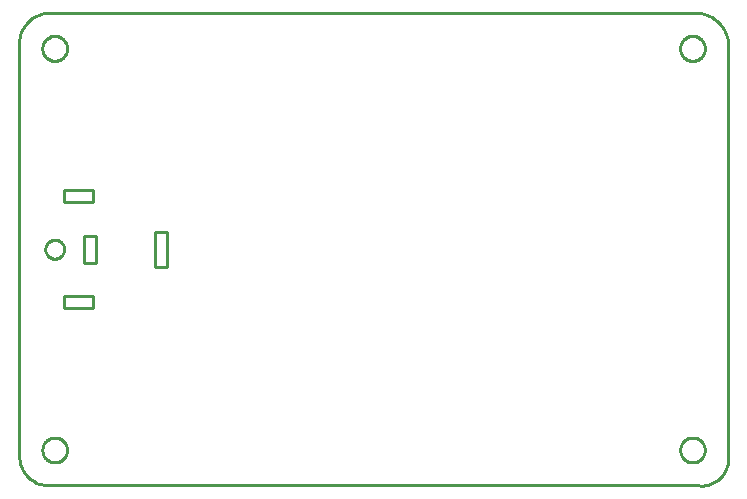
<source format=gbr>
G04 EAGLE Gerber RS-274X export*
G75*
%MOMM*%
%FSLAX34Y34*%
%LPD*%
%IN*%
%IPPOS*%
%AMOC8*
5,1,8,0,0,1.08239X$1,22.5*%
G01*
%ADD10C,0.254000*%


D10*
X0Y25000D02*
X95Y22821D01*
X380Y20659D01*
X852Y18530D01*
X1508Y16450D01*
X2342Y14435D01*
X3349Y12500D01*
X4521Y10661D01*
X5849Y8930D01*
X7322Y7322D01*
X8930Y5849D01*
X10661Y4521D01*
X12500Y3349D01*
X14435Y2342D01*
X16450Y1508D01*
X18530Y852D01*
X20659Y380D01*
X22821Y95D01*
X25000Y0D01*
X575000Y0D01*
X576971Y-132D01*
X578945Y-92D01*
X580909Y120D01*
X582846Y502D01*
X584743Y1052D01*
X586585Y1764D01*
X588358Y2635D01*
X590048Y3657D01*
X591642Y4822D01*
X593129Y6122D01*
X594497Y7547D01*
X595736Y9085D01*
X596835Y10725D01*
X597788Y12455D01*
X598586Y14262D01*
X599224Y16131D01*
X599696Y18048D01*
X600000Y20000D01*
X600000Y370000D01*
X600113Y372406D01*
X600016Y374813D01*
X599710Y377203D01*
X599197Y379556D01*
X598480Y381856D01*
X597566Y384085D01*
X596461Y386225D01*
X595173Y388262D01*
X593713Y390178D01*
X592092Y391959D01*
X590321Y393593D01*
X588415Y395066D01*
X586388Y396367D01*
X584255Y397487D01*
X582032Y398416D01*
X579737Y399148D01*
X577387Y399677D01*
X575000Y400000D01*
X25000Y400000D01*
X22821Y399905D01*
X20659Y399620D01*
X18530Y399148D01*
X16450Y398492D01*
X14435Y397658D01*
X12500Y396651D01*
X10661Y395479D01*
X8930Y394151D01*
X7322Y392678D01*
X5849Y391070D01*
X4521Y389339D01*
X3349Y387500D01*
X2342Y385565D01*
X1508Y383551D01*
X852Y381470D01*
X380Y379341D01*
X95Y377179D01*
X0Y375000D01*
X0Y25000D01*
X37500Y240000D02*
X62500Y240000D01*
X62500Y250000D01*
X37500Y250000D01*
X37500Y240000D01*
X37500Y150000D02*
X62500Y150000D01*
X62500Y160000D01*
X37500Y160000D01*
X37500Y150000D01*
X115000Y185000D02*
X125000Y185000D01*
X125000Y215000D01*
X115000Y215000D01*
X115000Y185000D01*
X55000Y188500D02*
X65000Y188500D01*
X65000Y211500D01*
X55000Y211500D01*
X55000Y188500D01*
X40500Y369587D02*
X40435Y368765D01*
X40306Y367950D01*
X40114Y367148D01*
X39859Y366363D01*
X39543Y365601D01*
X39168Y364866D01*
X38737Y364162D01*
X38252Y363495D01*
X37716Y362867D01*
X37133Y362284D01*
X36506Y361748D01*
X35838Y361263D01*
X35134Y360832D01*
X34399Y360457D01*
X33637Y360141D01*
X32852Y359886D01*
X32050Y359694D01*
X31235Y359565D01*
X30413Y359500D01*
X29587Y359500D01*
X28765Y359565D01*
X27950Y359694D01*
X27148Y359886D01*
X26363Y360141D01*
X25601Y360457D01*
X24866Y360832D01*
X24162Y361263D01*
X23495Y361748D01*
X22867Y362284D01*
X22284Y362867D01*
X21748Y363495D01*
X21263Y364162D01*
X20832Y364866D01*
X20457Y365601D01*
X20141Y366363D01*
X19886Y367148D01*
X19694Y367950D01*
X19565Y368765D01*
X19500Y369587D01*
X19500Y370413D01*
X19565Y371235D01*
X19694Y372050D01*
X19886Y372852D01*
X20141Y373637D01*
X20457Y374399D01*
X20832Y375134D01*
X21263Y375838D01*
X21748Y376506D01*
X22284Y377133D01*
X22867Y377716D01*
X23495Y378252D01*
X24162Y378737D01*
X24866Y379168D01*
X25601Y379543D01*
X26363Y379859D01*
X27148Y380114D01*
X27950Y380306D01*
X28765Y380435D01*
X29587Y380500D01*
X30413Y380500D01*
X31235Y380435D01*
X32050Y380306D01*
X32852Y380114D01*
X33637Y379859D01*
X34399Y379543D01*
X35134Y379168D01*
X35838Y378737D01*
X36506Y378252D01*
X37133Y377716D01*
X37716Y377133D01*
X38252Y376506D01*
X38737Y375838D01*
X39168Y375134D01*
X39543Y374399D01*
X39859Y373637D01*
X40114Y372852D01*
X40306Y372050D01*
X40435Y371235D01*
X40500Y370413D01*
X40500Y369587D01*
X40500Y29587D02*
X40435Y28765D01*
X40306Y27950D01*
X40114Y27148D01*
X39859Y26363D01*
X39543Y25601D01*
X39168Y24866D01*
X38737Y24162D01*
X38252Y23495D01*
X37716Y22867D01*
X37133Y22284D01*
X36506Y21748D01*
X35838Y21263D01*
X35134Y20832D01*
X34399Y20457D01*
X33637Y20141D01*
X32852Y19886D01*
X32050Y19694D01*
X31235Y19565D01*
X30413Y19500D01*
X29587Y19500D01*
X28765Y19565D01*
X27950Y19694D01*
X27148Y19886D01*
X26363Y20141D01*
X25601Y20457D01*
X24866Y20832D01*
X24162Y21263D01*
X23495Y21748D01*
X22867Y22284D01*
X22284Y22867D01*
X21748Y23495D01*
X21263Y24162D01*
X20832Y24866D01*
X20457Y25601D01*
X20141Y26363D01*
X19886Y27148D01*
X19694Y27950D01*
X19565Y28765D01*
X19500Y29587D01*
X19500Y30413D01*
X19565Y31235D01*
X19694Y32050D01*
X19886Y32852D01*
X20141Y33637D01*
X20457Y34399D01*
X20832Y35134D01*
X21263Y35838D01*
X21748Y36506D01*
X22284Y37133D01*
X22867Y37716D01*
X23495Y38252D01*
X24162Y38737D01*
X24866Y39168D01*
X25601Y39543D01*
X26363Y39859D01*
X27148Y40114D01*
X27950Y40306D01*
X28765Y40435D01*
X29587Y40500D01*
X30413Y40500D01*
X31235Y40435D01*
X32050Y40306D01*
X32852Y40114D01*
X33637Y39859D01*
X34399Y39543D01*
X35134Y39168D01*
X35838Y38737D01*
X36506Y38252D01*
X37133Y37716D01*
X37716Y37133D01*
X38252Y36506D01*
X38737Y35838D01*
X39168Y35134D01*
X39543Y34399D01*
X39859Y33637D01*
X40114Y32852D01*
X40306Y32050D01*
X40435Y31235D01*
X40500Y30413D01*
X40500Y29587D01*
X580500Y369587D02*
X580435Y368765D01*
X580306Y367950D01*
X580114Y367148D01*
X579859Y366363D01*
X579543Y365601D01*
X579168Y364866D01*
X578737Y364162D01*
X578252Y363495D01*
X577716Y362867D01*
X577133Y362284D01*
X576506Y361748D01*
X575838Y361263D01*
X575134Y360832D01*
X574399Y360457D01*
X573637Y360141D01*
X572852Y359886D01*
X572050Y359694D01*
X571235Y359565D01*
X570413Y359500D01*
X569587Y359500D01*
X568765Y359565D01*
X567950Y359694D01*
X567148Y359886D01*
X566363Y360141D01*
X565601Y360457D01*
X564866Y360832D01*
X564162Y361263D01*
X563495Y361748D01*
X562867Y362284D01*
X562284Y362867D01*
X561748Y363495D01*
X561263Y364162D01*
X560832Y364866D01*
X560457Y365601D01*
X560141Y366363D01*
X559886Y367148D01*
X559694Y367950D01*
X559565Y368765D01*
X559500Y369587D01*
X559500Y370413D01*
X559565Y371235D01*
X559694Y372050D01*
X559886Y372852D01*
X560141Y373637D01*
X560457Y374399D01*
X560832Y375134D01*
X561263Y375838D01*
X561748Y376506D01*
X562284Y377133D01*
X562867Y377716D01*
X563495Y378252D01*
X564162Y378737D01*
X564866Y379168D01*
X565601Y379543D01*
X566363Y379859D01*
X567148Y380114D01*
X567950Y380306D01*
X568765Y380435D01*
X569587Y380500D01*
X570413Y380500D01*
X571235Y380435D01*
X572050Y380306D01*
X572852Y380114D01*
X573637Y379859D01*
X574399Y379543D01*
X575134Y379168D01*
X575838Y378737D01*
X576506Y378252D01*
X577133Y377716D01*
X577716Y377133D01*
X578252Y376506D01*
X578737Y375838D01*
X579168Y375134D01*
X579543Y374399D01*
X579859Y373637D01*
X580114Y372852D01*
X580306Y372050D01*
X580435Y371235D01*
X580500Y370413D01*
X580500Y369587D01*
X580500Y29587D02*
X580435Y28765D01*
X580306Y27950D01*
X580114Y27148D01*
X579859Y26363D01*
X579543Y25601D01*
X579168Y24866D01*
X578737Y24162D01*
X578252Y23495D01*
X577716Y22867D01*
X577133Y22284D01*
X576506Y21748D01*
X575838Y21263D01*
X575134Y20832D01*
X574399Y20457D01*
X573637Y20141D01*
X572852Y19886D01*
X572050Y19694D01*
X571235Y19565D01*
X570413Y19500D01*
X569587Y19500D01*
X568765Y19565D01*
X567950Y19694D01*
X567148Y19886D01*
X566363Y20141D01*
X565601Y20457D01*
X564866Y20832D01*
X564162Y21263D01*
X563495Y21748D01*
X562867Y22284D01*
X562284Y22867D01*
X561748Y23495D01*
X561263Y24162D01*
X560832Y24866D01*
X560457Y25601D01*
X560141Y26363D01*
X559886Y27148D01*
X559694Y27950D01*
X559565Y28765D01*
X559500Y29587D01*
X559500Y30413D01*
X559565Y31235D01*
X559694Y32050D01*
X559886Y32852D01*
X560141Y33637D01*
X560457Y34399D01*
X560832Y35134D01*
X561263Y35838D01*
X561748Y36506D01*
X562284Y37133D01*
X562867Y37716D01*
X563495Y38252D01*
X564162Y38737D01*
X564866Y39168D01*
X565601Y39543D01*
X566363Y39859D01*
X567148Y40114D01*
X567950Y40306D01*
X568765Y40435D01*
X569587Y40500D01*
X570413Y40500D01*
X571235Y40435D01*
X572050Y40306D01*
X572852Y40114D01*
X573637Y39859D01*
X574399Y39543D01*
X575134Y39168D01*
X575838Y38737D01*
X576506Y38252D01*
X577133Y37716D01*
X577716Y37133D01*
X578252Y36506D01*
X578737Y35838D01*
X579168Y35134D01*
X579543Y34399D01*
X579859Y33637D01*
X580114Y32852D01*
X580306Y32050D01*
X580435Y31235D01*
X580500Y30413D01*
X580500Y29587D01*
X22000Y200393D02*
X22077Y201175D01*
X22230Y201946D01*
X22459Y202698D01*
X22759Y203425D01*
X23130Y204118D01*
X23567Y204771D01*
X24065Y205379D01*
X24621Y205935D01*
X25229Y206433D01*
X25882Y206870D01*
X26575Y207241D01*
X27302Y207541D01*
X28054Y207770D01*
X28825Y207923D01*
X29607Y208000D01*
X30393Y208000D01*
X31175Y207923D01*
X31946Y207770D01*
X32698Y207541D01*
X33425Y207241D01*
X34118Y206870D01*
X34771Y206433D01*
X35379Y205935D01*
X35935Y205379D01*
X36433Y204771D01*
X36870Y204118D01*
X37241Y203425D01*
X37541Y202698D01*
X37770Y201946D01*
X37923Y201175D01*
X38000Y200393D01*
X38000Y199607D01*
X37923Y198825D01*
X37770Y198054D01*
X37541Y197302D01*
X37241Y196575D01*
X36870Y195882D01*
X36433Y195229D01*
X35935Y194621D01*
X35379Y194065D01*
X34771Y193567D01*
X34118Y193130D01*
X33425Y192759D01*
X32698Y192459D01*
X31946Y192230D01*
X31175Y192077D01*
X30393Y192000D01*
X29607Y192000D01*
X28825Y192077D01*
X28054Y192230D01*
X27302Y192459D01*
X26575Y192759D01*
X25882Y193130D01*
X25229Y193567D01*
X24621Y194065D01*
X24065Y194621D01*
X23567Y195229D01*
X23130Y195882D01*
X22759Y196575D01*
X22459Y197302D01*
X22230Y198054D01*
X22077Y198825D01*
X22000Y199607D01*
X22000Y200393D01*
M02*

</source>
